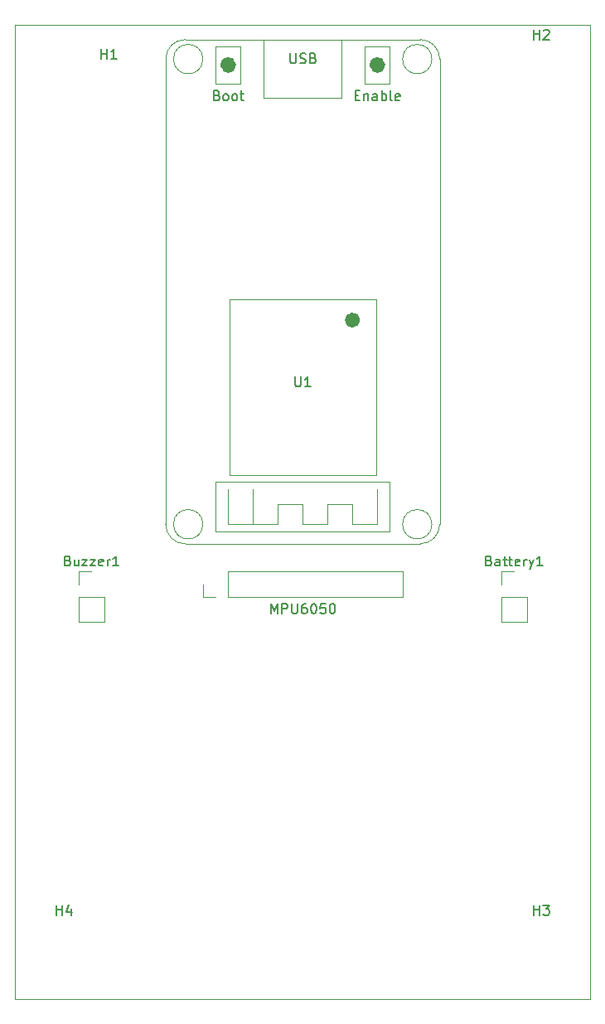
<source format=gto>
%TF.GenerationSoftware,KiCad,Pcbnew,7.0.9*%
%TF.CreationDate,2023-11-17T12:10:22-05:00*%
%TF.ProjectId,TamagotchiPCB,54616d61-676f-4746-9368-695043422e6b,rev?*%
%TF.SameCoordinates,Original*%
%TF.FileFunction,Legend,Top*%
%TF.FilePolarity,Positive*%
%FSLAX46Y46*%
G04 Gerber Fmt 4.6, Leading zero omitted, Abs format (unit mm)*
G04 Created by KiCad (PCBNEW 7.0.9) date 2023-11-17 12:10:22*
%MOMM*%
%LPD*%
G01*
G04 APERTURE LIST*
%ADD10C,0.150000*%
%ADD11C,0.120000*%
%ADD12C,1.000000*%
%ADD13C,0.800000*%
%TA.AperFunction,Profile*%
%ADD14C,0.100000*%
%TD*%
G04 APERTURE END LIST*
D10*
X142494095Y-132852819D02*
X142494095Y-131852819D01*
X142494095Y-132329009D02*
X143065523Y-132329009D01*
X143065523Y-132852819D02*
X143065523Y-131852819D01*
X143970285Y-132186152D02*
X143970285Y-132852819D01*
X143732190Y-131805200D02*
X143494095Y-132519485D01*
X143494095Y-132519485D02*
X144113142Y-132519485D01*
X191262095Y-132852819D02*
X191262095Y-131852819D01*
X191262095Y-132329009D02*
X191833523Y-132329009D01*
X191833523Y-132852819D02*
X191833523Y-131852819D01*
X192214476Y-131852819D02*
X192833523Y-131852819D01*
X192833523Y-131852819D02*
X192500190Y-132233771D01*
X192500190Y-132233771D02*
X192643047Y-132233771D01*
X192643047Y-132233771D02*
X192738285Y-132281390D01*
X192738285Y-132281390D02*
X192785904Y-132329009D01*
X192785904Y-132329009D02*
X192833523Y-132424247D01*
X192833523Y-132424247D02*
X192833523Y-132662342D01*
X192833523Y-132662342D02*
X192785904Y-132757580D01*
X192785904Y-132757580D02*
X192738285Y-132805200D01*
X192738285Y-132805200D02*
X192643047Y-132852819D01*
X192643047Y-132852819D02*
X192357333Y-132852819D01*
X192357333Y-132852819D02*
X192262095Y-132805200D01*
X192262095Y-132805200D02*
X192214476Y-132757580D01*
X191262095Y-43444819D02*
X191262095Y-42444819D01*
X191262095Y-42921009D02*
X191833523Y-42921009D01*
X191833523Y-43444819D02*
X191833523Y-42444819D01*
X192262095Y-42540057D02*
X192309714Y-42492438D01*
X192309714Y-42492438D02*
X192404952Y-42444819D01*
X192404952Y-42444819D02*
X192643047Y-42444819D01*
X192643047Y-42444819D02*
X192738285Y-42492438D01*
X192738285Y-42492438D02*
X192785904Y-42540057D01*
X192785904Y-42540057D02*
X192833523Y-42635295D01*
X192833523Y-42635295D02*
X192833523Y-42730533D01*
X192833523Y-42730533D02*
X192785904Y-42873390D01*
X192785904Y-42873390D02*
X192214476Y-43444819D01*
X192214476Y-43444819D02*
X192833523Y-43444819D01*
X147066095Y-45412819D02*
X147066095Y-44412819D01*
X147066095Y-44889009D02*
X147637523Y-44889009D01*
X147637523Y-45412819D02*
X147637523Y-44412819D01*
X148637523Y-45412819D02*
X148066095Y-45412819D01*
X148351809Y-45412819D02*
X148351809Y-44412819D01*
X148351809Y-44412819D02*
X148256571Y-44555676D01*
X148256571Y-44555676D02*
X148161333Y-44650914D01*
X148161333Y-44650914D02*
X148066095Y-44698533D01*
X143645237Y-96661009D02*
X143788094Y-96708628D01*
X143788094Y-96708628D02*
X143835713Y-96756247D01*
X143835713Y-96756247D02*
X143883332Y-96851485D01*
X143883332Y-96851485D02*
X143883332Y-96994342D01*
X143883332Y-96994342D02*
X143835713Y-97089580D01*
X143835713Y-97089580D02*
X143788094Y-97137200D01*
X143788094Y-97137200D02*
X143692856Y-97184819D01*
X143692856Y-97184819D02*
X143311904Y-97184819D01*
X143311904Y-97184819D02*
X143311904Y-96184819D01*
X143311904Y-96184819D02*
X143645237Y-96184819D01*
X143645237Y-96184819D02*
X143740475Y-96232438D01*
X143740475Y-96232438D02*
X143788094Y-96280057D01*
X143788094Y-96280057D02*
X143835713Y-96375295D01*
X143835713Y-96375295D02*
X143835713Y-96470533D01*
X143835713Y-96470533D02*
X143788094Y-96565771D01*
X143788094Y-96565771D02*
X143740475Y-96613390D01*
X143740475Y-96613390D02*
X143645237Y-96661009D01*
X143645237Y-96661009D02*
X143311904Y-96661009D01*
X144740475Y-96518152D02*
X144740475Y-97184819D01*
X144311904Y-96518152D02*
X144311904Y-97041961D01*
X144311904Y-97041961D02*
X144359523Y-97137200D01*
X144359523Y-97137200D02*
X144454761Y-97184819D01*
X144454761Y-97184819D02*
X144597618Y-97184819D01*
X144597618Y-97184819D02*
X144692856Y-97137200D01*
X144692856Y-97137200D02*
X144740475Y-97089580D01*
X145121428Y-96518152D02*
X145645237Y-96518152D01*
X145645237Y-96518152D02*
X145121428Y-97184819D01*
X145121428Y-97184819D02*
X145645237Y-97184819D01*
X145930952Y-96518152D02*
X146454761Y-96518152D01*
X146454761Y-96518152D02*
X145930952Y-97184819D01*
X145930952Y-97184819D02*
X146454761Y-97184819D01*
X147216666Y-97137200D02*
X147121428Y-97184819D01*
X147121428Y-97184819D02*
X146930952Y-97184819D01*
X146930952Y-97184819D02*
X146835714Y-97137200D01*
X146835714Y-97137200D02*
X146788095Y-97041961D01*
X146788095Y-97041961D02*
X146788095Y-96661009D01*
X146788095Y-96661009D02*
X146835714Y-96565771D01*
X146835714Y-96565771D02*
X146930952Y-96518152D01*
X146930952Y-96518152D02*
X147121428Y-96518152D01*
X147121428Y-96518152D02*
X147216666Y-96565771D01*
X147216666Y-96565771D02*
X147264285Y-96661009D01*
X147264285Y-96661009D02*
X147264285Y-96756247D01*
X147264285Y-96756247D02*
X146788095Y-96851485D01*
X147692857Y-97184819D02*
X147692857Y-96518152D01*
X147692857Y-96708628D02*
X147740476Y-96613390D01*
X147740476Y-96613390D02*
X147788095Y-96565771D01*
X147788095Y-96565771D02*
X147883333Y-96518152D01*
X147883333Y-96518152D02*
X147978571Y-96518152D01*
X148835714Y-97184819D02*
X148264286Y-97184819D01*
X148550000Y-97184819D02*
X148550000Y-96184819D01*
X148550000Y-96184819D02*
X148454762Y-96327676D01*
X148454762Y-96327676D02*
X148359524Y-96422914D01*
X148359524Y-96422914D02*
X148264286Y-96470533D01*
X166878095Y-77884819D02*
X166878095Y-78694342D01*
X166878095Y-78694342D02*
X166925714Y-78789580D01*
X166925714Y-78789580D02*
X166973333Y-78837200D01*
X166973333Y-78837200D02*
X167068571Y-78884819D01*
X167068571Y-78884819D02*
X167259047Y-78884819D01*
X167259047Y-78884819D02*
X167354285Y-78837200D01*
X167354285Y-78837200D02*
X167401904Y-78789580D01*
X167401904Y-78789580D02*
X167449523Y-78694342D01*
X167449523Y-78694342D02*
X167449523Y-77884819D01*
X168449523Y-78884819D02*
X167878095Y-78884819D01*
X168163809Y-78884819D02*
X168163809Y-77884819D01*
X168163809Y-77884819D02*
X168068571Y-78027676D01*
X168068571Y-78027676D02*
X167973333Y-78122914D01*
X167973333Y-78122914D02*
X167878095Y-78170533D01*
X158900952Y-49151009D02*
X159043809Y-49198628D01*
X159043809Y-49198628D02*
X159091428Y-49246247D01*
X159091428Y-49246247D02*
X159139047Y-49341485D01*
X159139047Y-49341485D02*
X159139047Y-49484342D01*
X159139047Y-49484342D02*
X159091428Y-49579580D01*
X159091428Y-49579580D02*
X159043809Y-49627200D01*
X159043809Y-49627200D02*
X158948571Y-49674819D01*
X158948571Y-49674819D02*
X158567619Y-49674819D01*
X158567619Y-49674819D02*
X158567619Y-48674819D01*
X158567619Y-48674819D02*
X158900952Y-48674819D01*
X158900952Y-48674819D02*
X158996190Y-48722438D01*
X158996190Y-48722438D02*
X159043809Y-48770057D01*
X159043809Y-48770057D02*
X159091428Y-48865295D01*
X159091428Y-48865295D02*
X159091428Y-48960533D01*
X159091428Y-48960533D02*
X159043809Y-49055771D01*
X159043809Y-49055771D02*
X158996190Y-49103390D01*
X158996190Y-49103390D02*
X158900952Y-49151009D01*
X158900952Y-49151009D02*
X158567619Y-49151009D01*
X159710476Y-49674819D02*
X159615238Y-49627200D01*
X159615238Y-49627200D02*
X159567619Y-49579580D01*
X159567619Y-49579580D02*
X159520000Y-49484342D01*
X159520000Y-49484342D02*
X159520000Y-49198628D01*
X159520000Y-49198628D02*
X159567619Y-49103390D01*
X159567619Y-49103390D02*
X159615238Y-49055771D01*
X159615238Y-49055771D02*
X159710476Y-49008152D01*
X159710476Y-49008152D02*
X159853333Y-49008152D01*
X159853333Y-49008152D02*
X159948571Y-49055771D01*
X159948571Y-49055771D02*
X159996190Y-49103390D01*
X159996190Y-49103390D02*
X160043809Y-49198628D01*
X160043809Y-49198628D02*
X160043809Y-49484342D01*
X160043809Y-49484342D02*
X159996190Y-49579580D01*
X159996190Y-49579580D02*
X159948571Y-49627200D01*
X159948571Y-49627200D02*
X159853333Y-49674819D01*
X159853333Y-49674819D02*
X159710476Y-49674819D01*
X160615238Y-49674819D02*
X160520000Y-49627200D01*
X160520000Y-49627200D02*
X160472381Y-49579580D01*
X160472381Y-49579580D02*
X160424762Y-49484342D01*
X160424762Y-49484342D02*
X160424762Y-49198628D01*
X160424762Y-49198628D02*
X160472381Y-49103390D01*
X160472381Y-49103390D02*
X160520000Y-49055771D01*
X160520000Y-49055771D02*
X160615238Y-49008152D01*
X160615238Y-49008152D02*
X160758095Y-49008152D01*
X160758095Y-49008152D02*
X160853333Y-49055771D01*
X160853333Y-49055771D02*
X160900952Y-49103390D01*
X160900952Y-49103390D02*
X160948571Y-49198628D01*
X160948571Y-49198628D02*
X160948571Y-49484342D01*
X160948571Y-49484342D02*
X160900952Y-49579580D01*
X160900952Y-49579580D02*
X160853333Y-49627200D01*
X160853333Y-49627200D02*
X160758095Y-49674819D01*
X160758095Y-49674819D02*
X160615238Y-49674819D01*
X161234286Y-49008152D02*
X161615238Y-49008152D01*
X161377143Y-48674819D02*
X161377143Y-49531961D01*
X161377143Y-49531961D02*
X161424762Y-49627200D01*
X161424762Y-49627200D02*
X161520000Y-49674819D01*
X161520000Y-49674819D02*
X161615238Y-49674819D01*
X172998095Y-49151009D02*
X173331428Y-49151009D01*
X173474285Y-49674819D02*
X172998095Y-49674819D01*
X172998095Y-49674819D02*
X172998095Y-48674819D01*
X172998095Y-48674819D02*
X173474285Y-48674819D01*
X173902857Y-49008152D02*
X173902857Y-49674819D01*
X173902857Y-49103390D02*
X173950476Y-49055771D01*
X173950476Y-49055771D02*
X174045714Y-49008152D01*
X174045714Y-49008152D02*
X174188571Y-49008152D01*
X174188571Y-49008152D02*
X174283809Y-49055771D01*
X174283809Y-49055771D02*
X174331428Y-49151009D01*
X174331428Y-49151009D02*
X174331428Y-49674819D01*
X175236190Y-49674819D02*
X175236190Y-49151009D01*
X175236190Y-49151009D02*
X175188571Y-49055771D01*
X175188571Y-49055771D02*
X175093333Y-49008152D01*
X175093333Y-49008152D02*
X174902857Y-49008152D01*
X174902857Y-49008152D02*
X174807619Y-49055771D01*
X175236190Y-49627200D02*
X175140952Y-49674819D01*
X175140952Y-49674819D02*
X174902857Y-49674819D01*
X174902857Y-49674819D02*
X174807619Y-49627200D01*
X174807619Y-49627200D02*
X174760000Y-49531961D01*
X174760000Y-49531961D02*
X174760000Y-49436723D01*
X174760000Y-49436723D02*
X174807619Y-49341485D01*
X174807619Y-49341485D02*
X174902857Y-49293866D01*
X174902857Y-49293866D02*
X175140952Y-49293866D01*
X175140952Y-49293866D02*
X175236190Y-49246247D01*
X175712381Y-49674819D02*
X175712381Y-48674819D01*
X175712381Y-49055771D02*
X175807619Y-49008152D01*
X175807619Y-49008152D02*
X175998095Y-49008152D01*
X175998095Y-49008152D02*
X176093333Y-49055771D01*
X176093333Y-49055771D02*
X176140952Y-49103390D01*
X176140952Y-49103390D02*
X176188571Y-49198628D01*
X176188571Y-49198628D02*
X176188571Y-49484342D01*
X176188571Y-49484342D02*
X176140952Y-49579580D01*
X176140952Y-49579580D02*
X176093333Y-49627200D01*
X176093333Y-49627200D02*
X175998095Y-49674819D01*
X175998095Y-49674819D02*
X175807619Y-49674819D01*
X175807619Y-49674819D02*
X175712381Y-49627200D01*
X176760000Y-49674819D02*
X176664762Y-49627200D01*
X176664762Y-49627200D02*
X176617143Y-49531961D01*
X176617143Y-49531961D02*
X176617143Y-48674819D01*
X177521905Y-49627200D02*
X177426667Y-49674819D01*
X177426667Y-49674819D02*
X177236191Y-49674819D01*
X177236191Y-49674819D02*
X177140953Y-49627200D01*
X177140953Y-49627200D02*
X177093334Y-49531961D01*
X177093334Y-49531961D02*
X177093334Y-49151009D01*
X177093334Y-49151009D02*
X177140953Y-49055771D01*
X177140953Y-49055771D02*
X177236191Y-49008152D01*
X177236191Y-49008152D02*
X177426667Y-49008152D01*
X177426667Y-49008152D02*
X177521905Y-49055771D01*
X177521905Y-49055771D02*
X177569524Y-49151009D01*
X177569524Y-49151009D02*
X177569524Y-49246247D01*
X177569524Y-49246247D02*
X177093334Y-49341485D01*
X166378095Y-44864819D02*
X166378095Y-45674342D01*
X166378095Y-45674342D02*
X166425714Y-45769580D01*
X166425714Y-45769580D02*
X166473333Y-45817200D01*
X166473333Y-45817200D02*
X166568571Y-45864819D01*
X166568571Y-45864819D02*
X166759047Y-45864819D01*
X166759047Y-45864819D02*
X166854285Y-45817200D01*
X166854285Y-45817200D02*
X166901904Y-45769580D01*
X166901904Y-45769580D02*
X166949523Y-45674342D01*
X166949523Y-45674342D02*
X166949523Y-44864819D01*
X167378095Y-45817200D02*
X167520952Y-45864819D01*
X167520952Y-45864819D02*
X167759047Y-45864819D01*
X167759047Y-45864819D02*
X167854285Y-45817200D01*
X167854285Y-45817200D02*
X167901904Y-45769580D01*
X167901904Y-45769580D02*
X167949523Y-45674342D01*
X167949523Y-45674342D02*
X167949523Y-45579104D01*
X167949523Y-45579104D02*
X167901904Y-45483866D01*
X167901904Y-45483866D02*
X167854285Y-45436247D01*
X167854285Y-45436247D02*
X167759047Y-45388628D01*
X167759047Y-45388628D02*
X167568571Y-45341009D01*
X167568571Y-45341009D02*
X167473333Y-45293390D01*
X167473333Y-45293390D02*
X167425714Y-45245771D01*
X167425714Y-45245771D02*
X167378095Y-45150533D01*
X167378095Y-45150533D02*
X167378095Y-45055295D01*
X167378095Y-45055295D02*
X167425714Y-44960057D01*
X167425714Y-44960057D02*
X167473333Y-44912438D01*
X167473333Y-44912438D02*
X167568571Y-44864819D01*
X167568571Y-44864819D02*
X167806666Y-44864819D01*
X167806666Y-44864819D02*
X167949523Y-44912438D01*
X168711428Y-45341009D02*
X168854285Y-45388628D01*
X168854285Y-45388628D02*
X168901904Y-45436247D01*
X168901904Y-45436247D02*
X168949523Y-45531485D01*
X168949523Y-45531485D02*
X168949523Y-45674342D01*
X168949523Y-45674342D02*
X168901904Y-45769580D01*
X168901904Y-45769580D02*
X168854285Y-45817200D01*
X168854285Y-45817200D02*
X168759047Y-45864819D01*
X168759047Y-45864819D02*
X168378095Y-45864819D01*
X168378095Y-45864819D02*
X168378095Y-44864819D01*
X168378095Y-44864819D02*
X168711428Y-44864819D01*
X168711428Y-44864819D02*
X168806666Y-44912438D01*
X168806666Y-44912438D02*
X168854285Y-44960057D01*
X168854285Y-44960057D02*
X168901904Y-45055295D01*
X168901904Y-45055295D02*
X168901904Y-45150533D01*
X168901904Y-45150533D02*
X168854285Y-45245771D01*
X168854285Y-45245771D02*
X168806666Y-45293390D01*
X168806666Y-45293390D02*
X168711428Y-45341009D01*
X168711428Y-45341009D02*
X168378095Y-45341009D01*
X164378095Y-102054819D02*
X164378095Y-101054819D01*
X164378095Y-101054819D02*
X164711428Y-101769104D01*
X164711428Y-101769104D02*
X165044761Y-101054819D01*
X165044761Y-101054819D02*
X165044761Y-102054819D01*
X165520952Y-102054819D02*
X165520952Y-101054819D01*
X165520952Y-101054819D02*
X165901904Y-101054819D01*
X165901904Y-101054819D02*
X165997142Y-101102438D01*
X165997142Y-101102438D02*
X166044761Y-101150057D01*
X166044761Y-101150057D02*
X166092380Y-101245295D01*
X166092380Y-101245295D02*
X166092380Y-101388152D01*
X166092380Y-101388152D02*
X166044761Y-101483390D01*
X166044761Y-101483390D02*
X165997142Y-101531009D01*
X165997142Y-101531009D02*
X165901904Y-101578628D01*
X165901904Y-101578628D02*
X165520952Y-101578628D01*
X166520952Y-101054819D02*
X166520952Y-101864342D01*
X166520952Y-101864342D02*
X166568571Y-101959580D01*
X166568571Y-101959580D02*
X166616190Y-102007200D01*
X166616190Y-102007200D02*
X166711428Y-102054819D01*
X166711428Y-102054819D02*
X166901904Y-102054819D01*
X166901904Y-102054819D02*
X166997142Y-102007200D01*
X166997142Y-102007200D02*
X167044761Y-101959580D01*
X167044761Y-101959580D02*
X167092380Y-101864342D01*
X167092380Y-101864342D02*
X167092380Y-101054819D01*
X167997142Y-101054819D02*
X167806666Y-101054819D01*
X167806666Y-101054819D02*
X167711428Y-101102438D01*
X167711428Y-101102438D02*
X167663809Y-101150057D01*
X167663809Y-101150057D02*
X167568571Y-101292914D01*
X167568571Y-101292914D02*
X167520952Y-101483390D01*
X167520952Y-101483390D02*
X167520952Y-101864342D01*
X167520952Y-101864342D02*
X167568571Y-101959580D01*
X167568571Y-101959580D02*
X167616190Y-102007200D01*
X167616190Y-102007200D02*
X167711428Y-102054819D01*
X167711428Y-102054819D02*
X167901904Y-102054819D01*
X167901904Y-102054819D02*
X167997142Y-102007200D01*
X167997142Y-102007200D02*
X168044761Y-101959580D01*
X168044761Y-101959580D02*
X168092380Y-101864342D01*
X168092380Y-101864342D02*
X168092380Y-101626247D01*
X168092380Y-101626247D02*
X168044761Y-101531009D01*
X168044761Y-101531009D02*
X167997142Y-101483390D01*
X167997142Y-101483390D02*
X167901904Y-101435771D01*
X167901904Y-101435771D02*
X167711428Y-101435771D01*
X167711428Y-101435771D02*
X167616190Y-101483390D01*
X167616190Y-101483390D02*
X167568571Y-101531009D01*
X167568571Y-101531009D02*
X167520952Y-101626247D01*
X168711428Y-101054819D02*
X168806666Y-101054819D01*
X168806666Y-101054819D02*
X168901904Y-101102438D01*
X168901904Y-101102438D02*
X168949523Y-101150057D01*
X168949523Y-101150057D02*
X168997142Y-101245295D01*
X168997142Y-101245295D02*
X169044761Y-101435771D01*
X169044761Y-101435771D02*
X169044761Y-101673866D01*
X169044761Y-101673866D02*
X168997142Y-101864342D01*
X168997142Y-101864342D02*
X168949523Y-101959580D01*
X168949523Y-101959580D02*
X168901904Y-102007200D01*
X168901904Y-102007200D02*
X168806666Y-102054819D01*
X168806666Y-102054819D02*
X168711428Y-102054819D01*
X168711428Y-102054819D02*
X168616190Y-102007200D01*
X168616190Y-102007200D02*
X168568571Y-101959580D01*
X168568571Y-101959580D02*
X168520952Y-101864342D01*
X168520952Y-101864342D02*
X168473333Y-101673866D01*
X168473333Y-101673866D02*
X168473333Y-101435771D01*
X168473333Y-101435771D02*
X168520952Y-101245295D01*
X168520952Y-101245295D02*
X168568571Y-101150057D01*
X168568571Y-101150057D02*
X168616190Y-101102438D01*
X168616190Y-101102438D02*
X168711428Y-101054819D01*
X169949523Y-101054819D02*
X169473333Y-101054819D01*
X169473333Y-101054819D02*
X169425714Y-101531009D01*
X169425714Y-101531009D02*
X169473333Y-101483390D01*
X169473333Y-101483390D02*
X169568571Y-101435771D01*
X169568571Y-101435771D02*
X169806666Y-101435771D01*
X169806666Y-101435771D02*
X169901904Y-101483390D01*
X169901904Y-101483390D02*
X169949523Y-101531009D01*
X169949523Y-101531009D02*
X169997142Y-101626247D01*
X169997142Y-101626247D02*
X169997142Y-101864342D01*
X169997142Y-101864342D02*
X169949523Y-101959580D01*
X169949523Y-101959580D02*
X169901904Y-102007200D01*
X169901904Y-102007200D02*
X169806666Y-102054819D01*
X169806666Y-102054819D02*
X169568571Y-102054819D01*
X169568571Y-102054819D02*
X169473333Y-102007200D01*
X169473333Y-102007200D02*
X169425714Y-101959580D01*
X170616190Y-101054819D02*
X170711428Y-101054819D01*
X170711428Y-101054819D02*
X170806666Y-101102438D01*
X170806666Y-101102438D02*
X170854285Y-101150057D01*
X170854285Y-101150057D02*
X170901904Y-101245295D01*
X170901904Y-101245295D02*
X170949523Y-101435771D01*
X170949523Y-101435771D02*
X170949523Y-101673866D01*
X170949523Y-101673866D02*
X170901904Y-101864342D01*
X170901904Y-101864342D02*
X170854285Y-101959580D01*
X170854285Y-101959580D02*
X170806666Y-102007200D01*
X170806666Y-102007200D02*
X170711428Y-102054819D01*
X170711428Y-102054819D02*
X170616190Y-102054819D01*
X170616190Y-102054819D02*
X170520952Y-102007200D01*
X170520952Y-102007200D02*
X170473333Y-101959580D01*
X170473333Y-101959580D02*
X170425714Y-101864342D01*
X170425714Y-101864342D02*
X170378095Y-101673866D01*
X170378095Y-101673866D02*
X170378095Y-101435771D01*
X170378095Y-101435771D02*
X170425714Y-101245295D01*
X170425714Y-101245295D02*
X170473333Y-101150057D01*
X170473333Y-101150057D02*
X170520952Y-101102438D01*
X170520952Y-101102438D02*
X170616190Y-101054819D01*
X186682380Y-96661009D02*
X186825237Y-96708628D01*
X186825237Y-96708628D02*
X186872856Y-96756247D01*
X186872856Y-96756247D02*
X186920475Y-96851485D01*
X186920475Y-96851485D02*
X186920475Y-96994342D01*
X186920475Y-96994342D02*
X186872856Y-97089580D01*
X186872856Y-97089580D02*
X186825237Y-97137200D01*
X186825237Y-97137200D02*
X186729999Y-97184819D01*
X186729999Y-97184819D02*
X186349047Y-97184819D01*
X186349047Y-97184819D02*
X186349047Y-96184819D01*
X186349047Y-96184819D02*
X186682380Y-96184819D01*
X186682380Y-96184819D02*
X186777618Y-96232438D01*
X186777618Y-96232438D02*
X186825237Y-96280057D01*
X186825237Y-96280057D02*
X186872856Y-96375295D01*
X186872856Y-96375295D02*
X186872856Y-96470533D01*
X186872856Y-96470533D02*
X186825237Y-96565771D01*
X186825237Y-96565771D02*
X186777618Y-96613390D01*
X186777618Y-96613390D02*
X186682380Y-96661009D01*
X186682380Y-96661009D02*
X186349047Y-96661009D01*
X187777618Y-97184819D02*
X187777618Y-96661009D01*
X187777618Y-96661009D02*
X187729999Y-96565771D01*
X187729999Y-96565771D02*
X187634761Y-96518152D01*
X187634761Y-96518152D02*
X187444285Y-96518152D01*
X187444285Y-96518152D02*
X187349047Y-96565771D01*
X187777618Y-97137200D02*
X187682380Y-97184819D01*
X187682380Y-97184819D02*
X187444285Y-97184819D01*
X187444285Y-97184819D02*
X187349047Y-97137200D01*
X187349047Y-97137200D02*
X187301428Y-97041961D01*
X187301428Y-97041961D02*
X187301428Y-96946723D01*
X187301428Y-96946723D02*
X187349047Y-96851485D01*
X187349047Y-96851485D02*
X187444285Y-96803866D01*
X187444285Y-96803866D02*
X187682380Y-96803866D01*
X187682380Y-96803866D02*
X187777618Y-96756247D01*
X188110952Y-96518152D02*
X188491904Y-96518152D01*
X188253809Y-96184819D02*
X188253809Y-97041961D01*
X188253809Y-97041961D02*
X188301428Y-97137200D01*
X188301428Y-97137200D02*
X188396666Y-97184819D01*
X188396666Y-97184819D02*
X188491904Y-97184819D01*
X188682381Y-96518152D02*
X189063333Y-96518152D01*
X188825238Y-96184819D02*
X188825238Y-97041961D01*
X188825238Y-97041961D02*
X188872857Y-97137200D01*
X188872857Y-97137200D02*
X188968095Y-97184819D01*
X188968095Y-97184819D02*
X189063333Y-97184819D01*
X189777619Y-97137200D02*
X189682381Y-97184819D01*
X189682381Y-97184819D02*
X189491905Y-97184819D01*
X189491905Y-97184819D02*
X189396667Y-97137200D01*
X189396667Y-97137200D02*
X189349048Y-97041961D01*
X189349048Y-97041961D02*
X189349048Y-96661009D01*
X189349048Y-96661009D02*
X189396667Y-96565771D01*
X189396667Y-96565771D02*
X189491905Y-96518152D01*
X189491905Y-96518152D02*
X189682381Y-96518152D01*
X189682381Y-96518152D02*
X189777619Y-96565771D01*
X189777619Y-96565771D02*
X189825238Y-96661009D01*
X189825238Y-96661009D02*
X189825238Y-96756247D01*
X189825238Y-96756247D02*
X189349048Y-96851485D01*
X190253810Y-97184819D02*
X190253810Y-96518152D01*
X190253810Y-96708628D02*
X190301429Y-96613390D01*
X190301429Y-96613390D02*
X190349048Y-96565771D01*
X190349048Y-96565771D02*
X190444286Y-96518152D01*
X190444286Y-96518152D02*
X190539524Y-96518152D01*
X190777620Y-96518152D02*
X191015715Y-97184819D01*
X191253810Y-96518152D02*
X191015715Y-97184819D01*
X191015715Y-97184819D02*
X190920477Y-97422914D01*
X190920477Y-97422914D02*
X190872858Y-97470533D01*
X190872858Y-97470533D02*
X190777620Y-97518152D01*
X192158572Y-97184819D02*
X191587144Y-97184819D01*
X191872858Y-97184819D02*
X191872858Y-96184819D01*
X191872858Y-96184819D02*
X191777620Y-96327676D01*
X191777620Y-96327676D02*
X191682382Y-96422914D01*
X191682382Y-96422914D02*
X191587144Y-96470533D01*
D11*
%TO.C,Buzzer1*%
X144720000Y-97730000D02*
X146050000Y-97730000D01*
X144720000Y-99060000D02*
X144720000Y-97730000D01*
X144720000Y-100330000D02*
X144720000Y-102930000D01*
X144720000Y-100330000D02*
X147380000Y-100330000D01*
X144720000Y-102930000D02*
X147380000Y-102930000D01*
X147380000Y-100330000D02*
X147380000Y-102930000D01*
%TO.C,U1*%
X181640000Y-92940000D02*
X181640000Y-45440000D01*
X179640000Y-94940000D02*
X155640000Y-94940000D01*
X179640000Y-43440000D02*
X155640000Y-43440000D01*
X176530000Y-93670000D02*
X158750000Y-93670000D01*
X176530000Y-88590000D02*
X176530000Y-93670000D01*
X176530000Y-47950000D02*
X173990000Y-47950000D01*
X176530000Y-44140000D02*
X176530000Y-47950000D01*
X175260000Y-92908000D02*
X172720000Y-92908000D01*
X175260000Y-89352000D02*
X175260000Y-92908000D01*
X175140000Y-87940000D02*
X160140000Y-87940000D01*
X175140000Y-69940000D02*
X175140000Y-87940000D01*
X173990000Y-47950000D02*
X173990000Y-44140000D01*
X173990000Y-44140000D02*
X176530000Y-44140000D01*
X172720000Y-92908000D02*
X172720000Y-90876000D01*
X172720000Y-90876000D02*
X170180000Y-90876000D01*
X171640000Y-49440000D02*
X171640000Y-43440000D01*
X171640000Y-49440000D02*
X163640000Y-49440000D01*
X170180000Y-92908000D02*
X167640000Y-92908000D01*
X170180000Y-90876000D02*
X170180000Y-92908000D01*
X167640000Y-92908000D02*
X167640000Y-90876000D01*
X167640000Y-90876000D02*
X165100000Y-90876000D01*
X165100000Y-92908000D02*
X160020000Y-92908000D01*
X165100000Y-90876000D02*
X165100000Y-92908000D01*
X163640000Y-49440000D02*
X163640000Y-43440000D01*
X162560000Y-92908000D02*
X162560000Y-89352000D01*
X161290000Y-47950000D02*
X158750000Y-47950000D01*
X161290000Y-44140000D02*
X161290000Y-47950000D01*
X160140000Y-87940000D02*
X160140000Y-69940000D01*
X160140000Y-69940000D02*
X175140000Y-69940000D01*
X160020000Y-92908000D02*
X160020000Y-89352000D01*
X158750000Y-93670000D02*
X158750000Y-88590000D01*
X158750000Y-88590000D02*
X176530000Y-88590000D01*
X158750000Y-47950000D02*
X158750000Y-44140000D01*
X158750000Y-44140000D02*
X161290000Y-44140000D01*
X153640000Y-45440000D02*
X153640000Y-92940000D01*
X179640000Y-94940000D02*
G75*
G03*
X181640000Y-92940000I1J1999999D01*
G01*
X181640000Y-45440000D02*
G75*
G03*
X179640000Y-43440000I-1999999J1D01*
G01*
X153640000Y-92940000D02*
G75*
G03*
X155640000Y-94940000I2000000J0D01*
G01*
X155640000Y-43440000D02*
G75*
G03*
X153640000Y-45440000I0J-2000000D01*
G01*
X180840000Y-92940000D02*
G75*
G03*
X180840000Y-92940000I-1500000J0D01*
G01*
X180840000Y-45440000D02*
G75*
G03*
X180840000Y-45440000I-1500000J0D01*
G01*
D12*
X175560000Y-46045000D02*
G75*
G03*
X175560000Y-46045000I-300000J0D01*
G01*
D13*
X173120000Y-72080000D02*
G75*
G03*
X173120000Y-72080000I-400000J0D01*
G01*
D12*
X160320000Y-46045000D02*
G75*
G03*
X160320000Y-46045000I-300000J0D01*
G01*
D11*
X157440000Y-92940000D02*
G75*
G03*
X157440000Y-92940000I-1500000J0D01*
G01*
X157440000Y-45440000D02*
G75*
G03*
X157440000Y-45440000I-1500000J0D01*
G01*
%TO.C,MPU6050*%
X157435000Y-100390000D02*
X157435000Y-99060000D01*
X158765000Y-100390000D02*
X157435000Y-100390000D01*
X160035000Y-100390000D02*
X177875000Y-100390000D01*
X160035000Y-100390000D02*
X160035000Y-97730000D01*
X177875000Y-100390000D02*
X177875000Y-97730000D01*
X160035000Y-97730000D02*
X177875000Y-97730000D01*
%TO.C,Battery1*%
X190560000Y-100330000D02*
X190560000Y-102930000D01*
X187900000Y-102930000D02*
X190560000Y-102930000D01*
X187900000Y-100330000D02*
X190560000Y-100330000D01*
X187900000Y-100330000D02*
X187900000Y-102930000D01*
X187900000Y-99060000D02*
X187900000Y-97730000D01*
X187900000Y-97730000D02*
X189230000Y-97730000D01*
%TD*%
D14*
X138240000Y-41910000D02*
X197040000Y-41910000D01*
X197040000Y-141430000D01*
X138240000Y-141430000D01*
X138240000Y-41910000D01*
M02*

</source>
